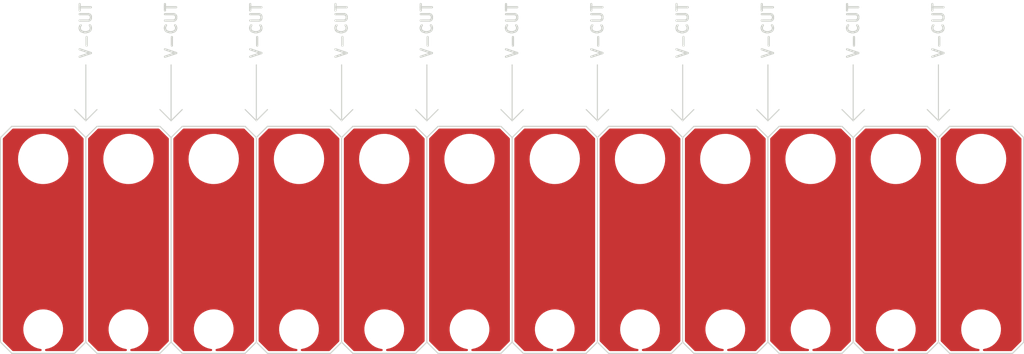
<source format=kicad_pcb>
(kicad_pcb (version 20211014) (generator pcbnew)
  (title_block (title "Joker template") (date "2021-09-11") (rev "V1.0.0") (company "Designed by Gondolindrim") (comment 1 "For the Acheron Project"))
  (layers (0 "F.Cu" signal) (31 "B.Cu" signal) (34 "B.Paste" user) (35 "F.Paste" user) (36 "B.SilkS" user "B.Silkscreen") (37 "F.SilkS" user "F.Silkscreen") (38 "B.Mask" user) (39 "F.Mask" user) (44 "Edge.Cuts" user))
  (net 0 "")
  (footprint "MountingHole:MountingHole_2.1mm" (layer "F.Cu") (at 201.88047 76.23556)
    (fp_text reference "REF**" hide)
    (fp_text value "MountingHole_2.1mm" hide)
    (pad "" np_thru_hole circle (at 0 0) (size 3.9878 3.9878) (drill 3.9878) (layers F&B.Cu *.Mask))
  )
  (footprint "MountingHole:MountingHole_2.1mm" (layer "F.Cu") (at 217.12047 76.23556)
    (fp_text reference "REF**" hide)
    (fp_text value "MountingHole_2.1mm" hide)
    (pad "" np_thru_hole circle (at 0 0) (size 3.9878 3.9878) (drill 3.9878) (layers F&B.Cu *.Mask))
  )
  (footprint "MountingHole:MountingHole_2.1mm" (layer "F.Cu") (at 186.64047 76.23556)
    (fp_text reference "REF**" hide)
    (fp_text value "MountingHole_2.1mm" hide)
    (pad "" np_thru_hole circle (at 0 0) (size 3.9878 3.9878) (drill 3.9878) (layers F&B.Cu *.Mask))
  )
  (footprint "MountingHole:MountingHole_2.1mm" (layer "F.Cu") (at 239.980365 91.47555)
    (fp_text reference "REF**" hide)
    (fp_text value "MountingHole_2.1mm" hide)
    (pad "" np_thru_hole circle (at 0 0) (size 3.048 3.048) (drill 3.048) (layers F&B.Cu *.Mask))
  )
  (footprint "MountingHole:MountingHole_2.1mm" (layer "F.Cu") (at 194.26047 76.23556)
    (fp_text reference "REF**" hide)
    (fp_text value "MountingHole_2.1mm" hide)
    (pad "" np_thru_hole circle (at 0 0) (size 3.9878 3.9878) (drill 3.9878) (layers F&B.Cu *.Mask))
  )
  (footprint "MountingHole:MountingHole_2.1mm" (layer "F.Cu") (at 255.220365 91.47555)
    (fp_text reference "REF**" hide)
    (fp_text value "MountingHole_2.1mm" hide)
    (pad "" np_thru_hole circle (at 0 0) (size 3.048 3.048) (drill 3.048) (layers F&B.Cu *.Mask))
  )
  (footprint "MountingHole:MountingHole_2.1mm" (layer "F.Cu") (at 255.22047 76.23556)
    (fp_text reference "REF**" hide)
    (fp_text value "MountingHole_2.1mm" hide)
    (pad "" np_thru_hole circle (at 0 0) (size 3.9878 3.9878) (drill 3.9878) (layers F&B.Cu *.Mask))
  )
  (footprint "MountingHole:MountingHole_2.1mm" (layer "F.Cu") (at 186.640365 91.47555)
    (fp_text reference "REF**" hide)
    (fp_text value "MountingHole_2.1mm" hide)
    (pad "" np_thru_hole circle (at 0 0) (size 3.048 3.048) (drill 3.048) (layers F&B.Cu *.Mask))
  )
  (footprint "MountingHole:MountingHole_2.1mm" (layer "F.Cu") (at 209.500365 91.47555)
    (fp_text reference "REF**" hide)
    (fp_text value "MountingHole_2.1mm" hide)
    (pad "" np_thru_hole circle (at 0 0) (size 3.048 3.048) (drill 3.048) (layers F&B.Cu *.Mask))
  )
  (footprint "MountingHole:MountingHole_2.1mm" (layer "F.Cu") (at 217.120365 91.47555)
    (fp_text reference "REF**" hide)
    (fp_text value "MountingHole_2.1mm" hide)
    (pad "" np_thru_hole circle (at 0 0) (size 3.048 3.048) (drill 3.048) (layers F&B.Cu *.Mask))
  )
  (footprint "MountingHole:MountingHole_2.1mm" (layer "F.Cu") (at 232.36047 76.23556)
    (fp_text reference "REF**" hide)
    (fp_text value "MountingHole_2.1mm" hide)
    (pad "" np_thru_hole circle (at 0 0) (size 3.9878 3.9878) (drill 3.9878) (layers F&B.Cu *.Mask))
  )
  (footprint "MountingHole:MountingHole_2.1mm" (layer "F.Cu") (at 179.02047 76.23556)
    (fp_text reference "REF**" hide)
    (fp_text value "MountingHole_2.1mm" hide)
    (pad "" np_thru_hole circle (at 0 0) (size 3.9878 3.9878) (drill 3.9878) (layers F&B.Cu *.Mask))
  )
  (footprint "MountingHole:MountingHole_2.1mm" (layer "F.Cu") (at 247.600365 91.47555)
    (fp_text reference "REF**" hide)
    (fp_text value "MountingHole_2.1mm" hide)
    (pad "" np_thru_hole circle (at 0 0) (size 3.048 3.048) (drill 3.048) (layers F&B.Cu *.Mask))
  )
  (footprint "MountingHole:MountingHole_2.1mm" (layer "F.Cu") (at 224.740365 91.47555)
    (fp_text reference "REF**" hide)
    (fp_text value "MountingHole_2.1mm" hide)
    (pad "" np_thru_hole circle (at 0 0) (size 3.048 3.048) (drill 3.048) (layers F&B.Cu *.Mask))
  )
  (footprint "MountingHole:MountingHole_2.1mm" (layer "F.Cu") (at 224.74047 76.23556)
    (fp_text reference "REF**" hide)
    (fp_text value "MountingHole_2.1mm" hide)
    (pad "" np_thru_hole circle (at 0 0) (size 3.9878 3.9878) (drill 3.9878) (layers F&B.Cu *.Mask))
  )
  (footprint "MountingHole:MountingHole_2.1mm" (layer "F.Cu") (at 171.40047 76.23556)
    (fp_text reference "REF**" hide)
    (fp_text value "MountingHole_2.1mm" hide)
    (pad "" np_thru_hole circle (at 0 0) (size 3.9878 3.9878) (drill 3.9878) (layers F&B.Cu *.Mask))
  )
  (footprint "MountingHole:MountingHole_2.1mm" (layer "F.Cu") (at 209.50047 76.23556)
    (fp_text reference "REF**" hide)
    (fp_text value "MountingHole_2.1mm" hide)
    (pad "" np_thru_hole circle (at 0 0) (size 3.9878 3.9878) (drill 3.9878) (layers F&B.Cu *.Mask))
  )
  (footprint "MountingHole:MountingHole_2.1mm" (layer "F.Cu") (at 201.880365 91.47555)
    (fp_text reference "REF**" hide)
    (fp_text value "MountingHole_2.1mm" hide)
    (pad "" np_thru_hole circle (at 0 0) (size 3.048 3.048) (drill 3.048) (layers F&B.Cu *.Mask))
  )
  (footprint "MountingHole:MountingHole_2.1mm" (layer "F.Cu") (at 247.60047 76.23556)
    (fp_text reference "REF**" hide)
    (fp_text value "MountingHole_2.1mm" hide)
    (pad "" np_thru_hole circle (at 0 0) (size 3.9878 3.9878) (drill 3.9878) (layers F&B.Cu *.Mask))
  )
  (footprint "MountingHole:MountingHole_2.1mm" (layer "F.Cu") (at 171.400365 91.47555)
    (fp_text reference "REF**" hide)
    (fp_text value "MountingHole_2.1mm" hide)
    (pad "" np_thru_hole circle (at 0 0) (size 3.048 3.048) (drill 3.048) (layers F&B.Cu *.Mask))
  )
  (footprint "MountingHole:MountingHole_2.1mm" (layer "F.Cu") (at 179.020365 91.47555)
    (fp_text reference "REF**" hide)
    (fp_text value "MountingHole_2.1mm" hide)
    (pad "" np_thru_hole circle (at 0 0) (size 3.048 3.048) (drill 3.048) (layers F&B.Cu *.Mask))
  )
  (footprint "MountingHole:MountingHole_2.1mm" (layer "F.Cu") (at 194.260365 91.47555)
    (fp_text reference "REF**" hide)
    (fp_text value "MountingHole_2.1mm" hide)
    (pad "" np_thru_hole circle (at 0 0) (size 3.048 3.048) (drill 3.048) (layers F&B.Cu *.Mask))
  )
  (footprint "MountingHole:MountingHole_2.1mm" (layer "F.Cu") (at 239.98047 76.23556)
    (fp_text reference "REF**" hide)
    (fp_text value "MountingHole_2.1mm" hide)
    (pad "" np_thru_hole circle (at 0 0) (size 3.9878 3.9878) (drill 3.9878) (layers F&B.Cu *.Mask))
  )
  (footprint "MountingHole:MountingHole_2.1mm" (layer "F.Cu") (at 232.360365 91.47555)
    (fp_text reference "REF**" hide)
    (fp_text value "MountingHole_2.1mm" hide)
    (pad "" np_thru_hole circle (at 0 0) (size 3.048 3.048) (drill 3.048) (layers F&B.Cu *.Mask))
  )
  (gr_line (start 197.070365 93.63455) (end 198.070365 92.63455) (layer "Edge.Cuts") (width 0.1))
  (gr_line (start 182.830365 74.31455) (end 182.830365 92.63455) (layer "Edge.Cuts") (width 0.1))
  (gr_line (start 174.210365 93.63455) (end 175.210365 92.63455) (layer "Edge.Cuts") (width 0.1))
  (gr_line (start 213.310365 72.81455) (end 214.310365 71.81455) (layer "Edge.Cuts") (width 0.1))
  (gr_line (start 219.930365 93.63455) (end 220.930365 92.63455) (layer "Edge.Cuts") (width 0.1))
  (gr_line (start 198.070365 72.81455) (end 197.070365 71.81455) (layer "Edge.Cuts") (width 0.1))
  (gr_line (start 252.410365 93.63455) (end 258.030365 93.63455) (layer "Edge.Cuts") (width 0.1))
  (gr_line (start 228.550365 74.31455) (end 227.550365 73.31455) (layer "Edge.Cuts") (width 0.1))
  (gr_line (start 251.410365 74.31455) (end 250.410365 73.31455) (layer "Edge.Cuts") (width 0.1))
  (gr_line (start 228.550365 74.31455) (end 228.550365 92.63455) (layer "Edge.Cuts") (width 0.1))
  (gr_line (start 212.310365 93.63455) (end 213.310365 92.63455) (layer "Edge.Cuts") (width 0.1))
  (gr_line (start 175.210365 74.31455) (end 174.210365 73.31455) (layer "Edge.Cuts") (width 0.1))
  (gr_line (start 236.170365 72.81455) (end 237.170365 71.81455) (layer "Edge.Cuts") (width 0.1))
  (gr_line (start 190.450365 74.31455) (end 189.450365 73.31455) (layer "Edge.Cuts") (width 0.1))
  (gr_line (start 213.310365 74.31455) (end 212.310365 73.31455) (layer "Edge.Cuts") (width 0.1))
  (gr_line (start 259.030365 92.63455) (end 259.030365 74.31455) (layer "Edge.Cuts") (width 0.1))
  (gr_line (start 251.410365 72.81455) (end 252.410365 71.81455) (layer "Edge.Cuts") (width 0.1))
  (gr_line (start 205.690365 72.81455) (end 206.690365 71.81455) (layer "Edge.Cuts") (width 0.1))
  (gr_line (start 251.410365 67.81455) (end 251.410365 72.81455) (layer "Edge.Cuts") (width 0.1))
  (gr_line (start 190.450364 92.63455) (end 191.450365 93.63455) (layer "Edge.Cuts") (width 0.1))
  (gr_line (start 213.310365 72.81455) (end 212.310365 71.81455) (layer "Edge.Cuts") (width 0.1))
  (gr_line (start 199.070365 93.63455) (end 204.690365 93.63455) (layer "Edge.Cuts") (width 0.1))
  (gr_line (start 182.830364 92.63455) (end 183.830365 93.63455) (layer "Edge.Cuts") (width 0.1))
  (gr_line (start 259.030365 74.31455) (end 258.030365 73.31455) (layer "Edge.Cuts") (width 0.1))
  (gr_line (start 236.170365 67.81455) (end 236.170365 72.81455) (layer "Edge.Cuts") (width 0.1))
  (gr_line (start 236.170365 72.81455) (end 235.170365 71.81455) (layer "Edge.Cuts") (width 0.1))
  (gr_line (start 198.070364 92.63455) (end 199.070365 93.63455) (layer "Edge.Cuts") (width 0.1))
  (gr_line (start 236.170365 74.31455) (end 237.170365 73.31455) (layer "Edge.Cuts") (width 0.1))
  (gr_line (start 220.930364 92.63455) (end 221.930365 93.63455) (layer "Edge.Cuts") (width 0.1))
  (gr_line (start 206.690365 93.63455) (end 212.310365 93.63455) (layer "Edge.Cuts") (width 0.1))
  (gr_line (start 182.830365 72.81455) (end 183.830365 71.81455) (layer "Edge.Cuts") (width 0.1))
  (gr_line (start 182.830365 67.81455) (end 182.830365 72.81455) (layer "Edge.Cuts") (width 0.1))
  (gr_line (start 189.450365 73.31455) (end 183.830365 73.31455) (layer "Edge.Cuts") (width 0.1))
  (gr_line (start 181.830365 73.31455) (end 176.210365 73.31455) (layer "Edge.Cuts") (width 0.1))
  (gr_line (start 204.690365 93.63455) (end 205.690365 92.63455) (layer "Edge.Cuts") (width 0.1))
  (gr_line (start 251.410364 92.63455) (end 252.410365 93.63455) (layer "Edge.Cuts") (width 0.1))
  (gr_line (start 236.170365 74.31455) (end 235.170365 73.31455) (layer "Edge.Cuts") (width 0.1))
  (gr_line (start 190.450365 72.81455) (end 191.450365 71.81455) (layer "Edge.Cuts") (width 0.1))
  (gr_line (start 174.210365 73.31455) (end 168.590365 73.31455) (layer "Edge.Cuts") (width 0.1))
  (gr_line (start 175.210365 72.81455) (end 176.210365 71.81455) (layer "Edge.Cuts") (width 0.1))
  (gr_line (start 198.070365 74.31455) (end 197.070365 73.31455) (layer "Edge.Cuts") (width 0.1))
  (gr_line (start 175.210365 74.31455) (end 175.210365 92.63455) (layer "Edge.Cuts") (width 0.1))
  (gr_line (start 243.790365 74.31455) (end 243.790365 92.63455) (layer "Edge.Cuts") (width 0.1))
  (gr_line (start 182.830365 74.31455) (end 181.830365 73.31455) (layer "Edge.Cuts") (width 0.1))
  (gr_line (start 229.550365 93.63455) (end 235.170365 93.63455) (layer "Edge.Cuts") (width 0.1))
  (gr_line (start 219.930365 73.31455) (end 214.310365 73.31455) (layer "Edge.Cuts") (width 0.1))
  (gr_line (start 243.790365 74.31455) (end 242.790365 73.31455) (layer "Edge.Cuts") (width 0.1))
  (gr_line (start 220.930365 74.31455) (end 221.930365 73.31455) (layer "Edge.Cuts") (width 0.1))
  (gr_line (start 212.310365 73.31455) (end 206.690365 73.31455) (layer "Edge.Cuts") (width 0.1))
  (gr_line (start 228.550365 67.81455) (end 228.550365 72.81455) (layer "Edge.Cuts") (width 0.1))
  (gr_line (start 189.450365 93.63455) (end 190.450365 92.63455) (layer "Edge.Cuts") (width 0.1))
  (gr_line (start 167.590365 74.31455) (end 167.590365 92.63455) (layer "Edge.Cuts") (width 0.1))
  (gr_line (start 228.550365 72.81455) (end 227.550365 71.81455) (layer "Edge.Cuts") (width 0.1))
  (gr_line (start 242.790365 93.63455) (end 243.790365 92.63455) (layer "Edge.Cuts") (width 0.1))
  (gr_line (start 198.070365 74.31455) (end 199.070365 73.31455) (layer "Edge.Cuts") (width 0.1))
  (gr_line (start 243.790365 72.81455) (end 244.790365 71.81455) (layer "Edge.Cuts") (width 0.1))
  (gr_line (start 213.310365 74.31455) (end 214.310365 73.31455) (layer "Edge.Cuts") (width 0.1))
  (gr_line (start 175.210364 92.63455) (end 176.210365 93.63455) (layer "Edge.Cuts") (width 0.1))
  (gr_line (start 243.790364 92.63455) (end 244.790365 93.63455) (layer "Edge.Cuts") (width 0.1))
  (gr_line (start 190.450365 74.31455) (end 191.450365 73.31455) (layer "Edge.Cuts") (width 0.1))
  (gr_line (start 175.210365 67.81455) (end 175.210365 72.81455) (layer "Edge.Cuts") (width 0.1))
  (gr_line (start 220.930365 72.81455) (end 219.930365 71.81455) (layer "Edge.Cuts") (width 0.1))
  (gr_line (start 167.590364 92.63455) (end 168.590365 93.63455) (layer "Edge.Cuts") (width 0.1))
  (gr_line (start 183.830365 93.63455) (end 189.450365 93.63455) (layer "Edge.Cuts") (width 0.1))
  (gr_line (start 242.790365 73.31455) (end 237.170365 73.31455) (layer "Edge.Cuts") (width 0.1))
  (gr_line (start 175.210365 74.31455) (end 176.210365 73.31455) (layer "Edge.Cuts") (width 0.1))
  (gr_line (start 220.930365 74.31455) (end 220.930365 92.63455) (layer "Edge.Cuts") (width 0.1))
  (gr_line (start 168.590365 93.63455) (end 174.210365 93.63455) (layer "Edge.Cuts") (width 0.1))
  (gr_line (start 198.070365 74.31455) (end 198.070365 92.63455) (layer "Edge.Cuts") (width 0.1))
  (gr_line (start 258.030365 93.63455) (end 259.030365 92.63455) (layer "Edge.Cuts") (width 0.1))
  (gr_line (start 220.930365 72.81455) (end 221.930365 71.81455) (layer "Edge.Cuts") (width 0.1))
  (gr_line (start 197.070365 73.31455) (end 191.450365 73.31455) (layer "Edge.Cuts") (width 0.1))
  (gr_line (start 228.550365 72.81455) (end 229.550365 71.81455) (layer "Edge.Cuts") (width 0.1))
  (gr_line (start 228.550364 92.63455) (end 229.550365 93.63455) (layer "Edge.Cuts") (width 0.1))
  (gr_line (start 250.410365 93.63455) (end 251.410365 92.63455) (layer "Edge.Cuts") (width 0.1))
  (gr_line (start 250.410365 73.31455) (end 244.790365 73.31455) (layer "Edge.Cuts") (width 0.1))
  (gr_line (start 175.210365 72.81455) (end 174.210365 71.81455) (layer "Edge.Cuts") (width 0.1))
  (gr_line (start 220.930365 74.31455) (end 219.930365 73.31455) (layer "Edge.Cuts") (width 0.1))
  (gr_line (start 181.830365 93.63455) (end 182.830365 92.63455) (layer "Edge.Cuts") (width 0.1))
  (gr_line (start 236.170365 74.31455) (end 236.170365 92.63455) (layer "Edge.Cuts") (width 0.1))
  (gr_line (start 243.790365 67.81455) (end 243.790365 72.81455) (layer "Edge.Cuts") (width 0.1))
  (gr_line (start 190.450365 74.31455) (end 190.450365 92.63455) (layer "Edge.Cuts") (width 0.1))
  (gr_line (start 198.070365 67.81455) (end 198.070365 72.81455) (layer "Edge.Cuts") (width 0.1))
  (gr_line (start 205.690365 67.81455) (end 205.690365 72.81455) (layer "Edge.Cuts") (width 0.1))
  (gr_line (start 220.930365 67.81455) (end 220.930365 72.81455) (layer "Edge.Cuts") (width 0.1))
  (gr_line (start 204.690365 73.31455) (end 199.070365 73.31455) (layer "Edge.Cuts") (width 0.1))
  (gr_line (start 190.450365 67.81455) (end 190.450365 72.81455) (layer "Edge.Cuts") (width 0.1))
  (gr_line (start 205.690365 72.81455) (end 204.690365 71.81455) (layer "Edge.Cuts") (width 0.1))
  (gr_line (start 243.790365 74.31455) (end 244.790365 73.31455) (layer "Edge.Cuts") (width 0.1))
  (gr_line (start 205.690365 74.31455) (end 206.690365 73.31455) (layer "Edge.Cuts") (width 0.1))
  (gr_line (start 227.550365 93.63455) (end 228.550365 92.63455) (layer "Edge.Cuts") (width 0.1))
  (gr_line (start 214.310365 93.63455) (end 219.930365 93.63455) (layer "Edge.Cuts") (width 0.1))
  (gr_line (start 198.070365 72.81455) (end 199.070365 71.81455) (layer "Edge.Cuts") (width 0.1))
  (gr_line (start 244.790365 93.63455) (end 250.410365 93.63455) (layer "Edge.Cuts") (width 0.1))
  (gr_line (start 182.830365 74.31455) (end 183.830365 73.31455) (layer "Edge.Cuts") (width 0.1))
  (gr_line (start 235.170365 73.31455) (end 229.550365 73.31455) (layer "Edge.Cuts") (width 0.1))
  (gr_line (start 182.830365 72.81455) (end 181.830365 71.81455) (layer "Edge.Cuts") (width 0.1))
  (gr_line (start 228.550365 74.31455) (end 229.550365 73.31455) (layer "Edge.Cuts") (width 0.1))
  (gr_line (start 167.590365 74.31455) (end 168.590365 73.31455) (layer "Edge.Cuts") (width 0.1))
  (gr_line (start 190.450365 72.81455) (end 189.450365 71.81455) (layer "Edge.Cuts") (width 0.1))
  (gr_line (start 258.030365 73.31455) (end 252.410365 73.31455) (layer "Edge.Cuts") (width 0.1))
  (gr_line (start 251.410365 74.31455) (end 251.410365 92.63455) (layer "Edge.Cuts") (width 0.1))
  (gr_line (start 235.170365 93.63455) (end 236.170365 92.63455) (layer "Edge.Cuts") (width 0.1))
  (gr_line (start 213.310364 92.63455) (end 214.310365 93.63455) (layer "Edge.Cuts") (width 0.1))
  (gr_line (start 213.310365 67.81455) (end 213.310365 72.81455) (layer "Edge.Cuts") (width 0.1))
  (gr_line (start 251.410365 72.81455) (end 250.410365 71.81455) (layer "Edge.Cuts") (width 0.1))
  (gr_line (start 237.170365 93.63455) (end 242.790365 93.63455) (layer "Edge.Cuts") (width 0.1))
  (gr_line (start 205.690365 74.31455) (end 204.690365 73.31455) (layer "Edge.Cuts") (width 0.1))
  (gr_line (start 205.690365 74.31455) (end 205.690365 92.63455) (layer "Edge.Cuts") (width 0.1))
  (gr_line (start 251.410365 74.31455) (end 252.410365 73.31455) (layer "Edge.Cuts") (width 0.1))
  (gr_line (start 227.550365 73.31455) (end 221.930365 73.31455) (layer "Edge.Cuts") (width 0.1))
  (gr_line (start 176.210365 93.63455) (end 181.830365 93.63455) (layer "Edge.Cuts") (width 0.1))
  (gr_line (start 191.450365 93.63455) (end 197.070365 93.63455) (layer "Edge.Cuts") (width 0.1))
  (gr_line (start 243.790365 72.81455) (end 242.790365 71.81455) (layer "Edge.Cuts") (width 0.1))
  (gr_line (start 236.170364 92.63455) (end 237.170365 93.63455) (layer "Edge.Cuts") (width 0.1))
  (gr_line (start 213.310365 74.31455) (end 213.310365 92.63455) (layer "Edge.Cuts") (width 0.1))
  (gr_line (start 221.930365 93.63455) (end 227.550365 93.63455) (layer "Edge.Cuts") (width 0.1))
  (gr_line (start 205.690364 92.63455) (end 206.690365 93.63455) (layer "Edge.Cuts") (width 0.1))
  (gr_text "V-CUT" (at 236.170365 67.31455 90) (layer "Edge.Cuts") (effects (font (size 1 1) (thickness 0.2)) (justify left)))
  (gr_text "V-CUT" (at 251.410365 67.31455 90) (layer "Edge.Cuts") (effects (font (size 1 1) (thickness 0.2)) (justify left)))
  (gr_text "V-CUT" (at 205.690365 67.31455 90) (layer "Edge.Cuts") (effects (font (size 1 1) (thickness 0.2)) (justify left)))
  (gr_text "V-CUT" (at 220.930365 67.31455 90) (layer "Edge.Cuts") (effects (font (size 1 1) (thickness 0.2)) (justify left)))
  (gr_text "V-CUT" (at 213.310365 67.31455 90) (layer "Edge.Cuts") (effects (font (size 1 1) (thickness 0.2)) (justify left)))
  (gr_text "V-CUT" (at 175.210365 67.31455 90) (layer "Edge.Cuts") (effects (font (size 1 1) (thickness 0.2)) (justify left)))
  (gr_text "V-CUT" (at 243.790365 67.31455 90) (layer "Edge.Cuts") (effects (font (size 1 1) (thickness 0.2)) (justify left)))
  (gr_text "V-CUT" (at 182.830365 67.31455 90) (layer "Edge.Cuts") (effects (font (size 1 1) (thickness 0.2)) (justify left)))
  (gr_text "V-CUT" (at 190.450365 67.31455 90) (layer "Edge.Cuts") (effects (font (size 1 1) (thickness 0.2)) (justify left)))
  (gr_text "V-CUT" (at 198.070365 67.31455 90) (layer "Edge.Cuts") (effects (font (size 1 1) (thickness 0.2)) (justify left)))
  (gr_text "V-CUT" (at 228.550365 67.31455 90) (layer "Edge.Cuts") (effects (font (size 1 1) (thickness 0.2)) (justify left)))
  (zone (net 0) (net_name "") (layer "F.Cu") (connect_pads (clearance 0.2)) (min_thickness 0.2) (fill yes (thermal_gap 0.508) (thermal_bridge_width 0.508))
    (polygon (pts (xy 182.830365 74.31455) (xy 182.830365 92.63455) (xy 181.830365 93.63455) (xy 176.210365 93.63455) (xy 175.210365 92.63455) (xy 175.210365 74.31455) (xy 176.210365 73.31455) (xy 181.830365 73.31455)))
  )
  (zone (net 0) (net_name "") (layer "F.Cu") (connect_pads (clearance 0.2)) (min_thickness 0.2) (fill yes (thermal_gap 0.508) (thermal_bridge_width 0.508))
    (polygon (pts (xy 228.550365 74.31455) (xy 228.550365 92.63455) (xy 227.550365 93.63455) (xy 221.930365 93.63455) (xy 220.930365 92.63455) (xy 220.930365 74.31455) (xy 221.930365 73.31455) (xy 227.550365 73.31455)))
  )
  (zone (net 0) (net_name "") (layer "F.Cu") (connect_pads (clearance 0.2)) (min_thickness 0.2) (fill yes (thermal_gap 0.508) (thermal_bridge_width 0.508))
    (polygon (pts (xy 236.170365 74.31455) (xy 236.170365 92.63455) (xy 235.170365 93.63455) (xy 229.550365 93.63455) (xy 228.550365 92.63455) (xy 228.550365 74.31455) (xy 229.550365 73.31455) (xy 235.170365 73.31455)))
  )
  (zone (net 0) (net_name "") (layer "F.Cu") (connect_pads (clearance 0.2)) (min_thickness 0.2) (fill yes (thermal_gap 0.508) (thermal_bridge_width 0.508))
    (polygon (pts (xy 205.690365 74.31455) (xy 205.690365 92.63455) (xy 204.690365 93.63455) (xy 199.070365 93.63455) (xy 198.070365 92.63455) (xy 198.070365 74.31455) (xy 199.070365 73.31455) (xy 204.690365 73.31455)))
  )
  (zone (net 0) (net_name "") (layer "F.Cu") (connect_pads (clearance 0.2)) (min_thickness 0.2) (fill yes (thermal_gap 0.508) (thermal_bridge_width 0.508))
    (polygon (pts (xy 213.310365 74.31455) (xy 213.310365 92.63455) (xy 212.310365 93.63455) (xy 206.690365 93.63455) (xy 205.690365 92.63455) (xy 205.690365 74.31455) (xy 206.690365 73.31455) (xy 212.310365 73.31455)))
  )
  (zone (net 0) (net_name "") (layer "F.Cu") (connect_pads (clearance 0.2)) (min_thickness 0.2) (fill yes (thermal_gap 0.508) (thermal_bridge_width 0.508))
    (polygon (pts (xy 259.030365 74.31455) (xy 259.030365 92.63455) (xy 258.030365 93.63455) (xy 252.410365 93.63455) (xy 251.410365 92.63455) (xy 251.410365 74.31455) (xy 252.410365 73.31455) (xy 258.030365 73.31455)))
  )
  (zone (net 0) (net_name "") (layer "F.Cu") (connect_pads (clearance 0.2)) (min_thickness 0.2) (fill yes (thermal_gap 0.508) (thermal_bridge_width 0.508))
    (polygon (pts (xy 220.930365 74.31455) (xy 220.930365 92.63455) (xy 219.930365 93.63455) (xy 214.310365 93.63455) (xy 213.310365 92.63455) (xy 213.310365 74.31455) (xy 214.310365 73.31455) (xy 219.930365 73.31455)))
  )
  (zone (net 0) (net_name "") (layer "F.Cu") (connect_pads (clearance 0.2)) (min_thickness 0.2) (fill yes (thermal_gap 0.508) (thermal_bridge_width 0.508))
    (polygon (pts (xy 190.450365 74.31455) (xy 190.450365 92.63455) (xy 189.450365 93.63455) (xy 183.830365 93.63455) (xy 182.830365 92.63455) (xy 182.830365 74.31455) (xy 183.830365 73.31455) (xy 189.450365 73.31455)))
  )
  (zone (net 0) (net_name "") (layer "F.Cu") (connect_pads (clearance 0.2)) (min_thickness 0.2) (fill yes (thermal_gap 0.508) (thermal_bridge_width 0.508))
    (polygon (pts (xy 198.070365 74.31455) (xy 198.070365 92.63455) (xy 197.070365 93.63455) (xy 191.450365 93.63455) (xy 190.450365 92.63455) (xy 190.450365 74.31455) (xy 191.450365 73.31455) (xy 197.070365 73.31455)))
  )
  (zone (net 0) (net_name "") (layer "F.Cu") (connect_pads (clearance 0.2)) (min_thickness 0.2) (fill yes (thermal_gap 0.508) (thermal_bridge_width 0.508))
    (polygon (pts (xy 175.210365 74.31455) (xy 175.210365 92.63455) (xy 174.210365 93.63455) (xy 168.590365 93.63455) (xy 167.590365 92.63455) (xy 167.590365 74.31455) (xy 168.590365 73.31455) (xy 174.210365 73.31455)))
  )
  (zone (net 0) (net_name "") (layer "F.Cu") (connect_pads (clearance 0.2)) (min_thickness 0.2) (fill yes (thermal_gap 0.508) (thermal_bridge_width 0.508))
    (polygon (pts (xy 243.790365 74.31455) (xy 243.790365 92.63455) (xy 242.790365 93.63455) (xy 237.170365 93.63455) (xy 236.170365 92.63455) (xy 236.170365 74.31455) (xy 237.170365 73.31455) (xy 242.790365 73.31455)))
  )
  (zone (net 0) (net_name "") (layer "F.Cu") (connect_pads (clearance 0.2)) (min_thickness 0.2) (fill yes (thermal_gap 0.508) (thermal_bridge_width 0.508))
    (polygon (pts (xy 251.410365 74.31455) (xy 251.410365 92.63455) (xy 250.410365 93.63455) (xy 244.790365 93.63455) (xy 243.790365 92.63455) (xy 243.790365 74.31455) (xy 244.790365 73.31455) (xy 250.410365 73.31455)))
  )
)
</source>
